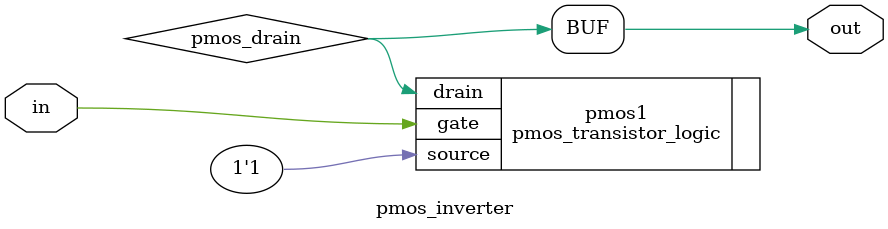
<source format=v>
`timescale 1ns / 1ps


module pmos_inverter (
    output wire out,
    input wire in
);

    wire pmos_drain;

    // Instantiate PMOS transistor take code from day-43 link 
    // github link for transistor logic https://github.com/amitvsuryavanshi04/100_DAYS_RTL/blob/main/%5Bday-43%5D_pmos_logic/pmos_transistor_logic.v
    pmos_transistor_logic pmos1 (
        .drain(pmos_drain),
        .gate(in),
        .source(1'b1) // PMOS source connected to Vdd
    );

    assign out = pmos_drain;

endmodule


</source>
